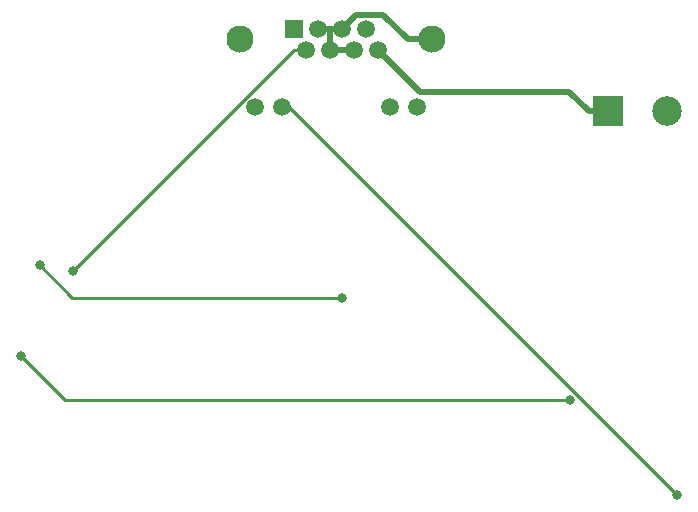
<source format=gbr>
%TF.GenerationSoftware,KiCad,Pcbnew,7.0.9*%
%TF.CreationDate,2024-06-23T11:57:03-04:00*%
%TF.ProjectId,WIRED-Seek-Board-revA1,57495245-442d-4536-9565-6b2d426f6172,Rev A1*%
%TF.SameCoordinates,Original*%
%TF.FileFunction,Copper,L2,Bot*%
%TF.FilePolarity,Positive*%
%FSLAX46Y46*%
G04 Gerber Fmt 4.6, Leading zero omitted, Abs format (unit mm)*
G04 Created by KiCad (PCBNEW 7.0.9) date 2024-06-23 11:57:03*
%MOMM*%
%LPD*%
G01*
G04 APERTURE LIST*
%TA.AperFunction,ComponentPad*%
%ADD10R,2.500000X2.500000*%
%TD*%
%TA.AperFunction,ComponentPad*%
%ADD11C,2.500000*%
%TD*%
%TA.AperFunction,ComponentPad*%
%ADD12R,1.500000X1.500000*%
%TD*%
%TA.AperFunction,ComponentPad*%
%ADD13C,1.500000*%
%TD*%
%TA.AperFunction,ComponentPad*%
%ADD14C,2.300000*%
%TD*%
%TA.AperFunction,ViaPad*%
%ADD15C,0.800000*%
%TD*%
%TA.AperFunction,Conductor*%
%ADD16C,0.500000*%
%TD*%
%TA.AperFunction,Conductor*%
%ADD17C,0.250000*%
%TD*%
G04 APERTURE END LIST*
D10*
%TO.P,J3,1,Pin_1*%
%TO.N,VCC*%
X177422800Y-84226400D03*
D11*
%TO.P,J3,2,Pin_2*%
%TO.N,GND*%
X182422800Y-84226400D03*
%TD*%
D12*
%TO.P,J2,1*%
%TO.N,/XD+*%
X150821200Y-77216000D03*
D13*
%TO.P,J2,2*%
%TO.N,/XD-*%
X151837200Y-78996000D03*
%TO.P,J2,3*%
%TO.N,GND*%
X152853200Y-77216000D03*
%TO.P,J2,4*%
X153869200Y-78996000D03*
%TO.P,J2,5*%
X154885200Y-77216000D03*
%TO.P,J2,6*%
X155901200Y-78996000D03*
%TO.P,J2,7*%
%TO.N,VCC*%
X156917200Y-77216000D03*
%TO.P,J2,8*%
X157933200Y-78996000D03*
%TO.P,J2,9*%
%TO.N,GND*%
X147521200Y-83816000D03*
%TO.P,J2,10*%
%TO.N,Net-(J2-Pad10)*%
X149811200Y-83816000D03*
%TO.P,J2,11*%
%TO.N,unconnected-(J2-Pad11)*%
X158951200Y-83816000D03*
%TO.P,J2,12*%
%TO.N,unconnected-(J2-Pad12)*%
X161241200Y-83816000D03*
D14*
%TO.P,J2,SH*%
%TO.N,GND*%
X146251200Y-78106000D03*
X162511200Y-78106000D03*
%TD*%
D15*
%TO.N,Net-(J2-Pad10)*%
X183286400Y-116703100D03*
%TO.N,/CH315_REF*%
X174224300Y-108651100D03*
X127752500Y-104925100D03*
%TO.N,/XD-*%
X132159900Y-97700000D03*
%TO.N,/UD-*%
X154906600Y-99990300D03*
X129311400Y-97263600D03*
%TD*%
D16*
%TO.N,GND*%
X158409700Y-76019500D02*
X160496200Y-78106000D01*
X155901200Y-78996000D02*
X153869200Y-78996000D01*
X156081700Y-76019500D02*
X158409700Y-76019500D01*
X153869200Y-77216000D02*
X153869200Y-78996000D01*
X160496200Y-78106000D02*
X162511200Y-78106000D01*
X154885200Y-77216000D02*
X156081700Y-76019500D01*
X153869200Y-77216000D02*
X152853200Y-77216000D01*
X154885200Y-77216000D02*
X153869200Y-77216000D01*
D17*
%TO.N,Net-(J2-Pad10)*%
X150399300Y-83816000D02*
X183286400Y-116703100D01*
X149811200Y-83816000D02*
X150399300Y-83816000D01*
D16*
%TO.N,VCC*%
X157933200Y-78996000D02*
X161511700Y-82574500D01*
X161511700Y-82574500D02*
X174119000Y-82574500D01*
X174119000Y-82574500D02*
X175770900Y-84226400D01*
X177422800Y-84226400D02*
X175770900Y-84226400D01*
D17*
%TO.N,/CH315_REF*%
X131478500Y-108651100D02*
X174224300Y-108651100D01*
X127752500Y-104925100D02*
X131478500Y-108651100D01*
%TO.N,/XD-*%
X150863900Y-78996000D02*
X132159900Y-97700000D01*
X151837200Y-78996000D02*
X150863900Y-78996000D01*
%TO.N,/UD-*%
X129311400Y-97263600D02*
X132038100Y-99990300D01*
X132038100Y-99990300D02*
X154906600Y-99990300D01*
%TD*%
M02*

</source>
